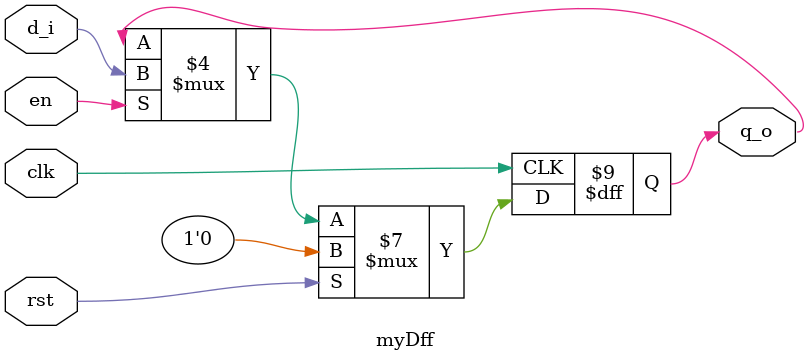
<source format=v>
module myDff (q_o,d_i, clk,en,rst);
 	 input d_i,clk,en,rst;
	 output reg q_o;
	 always @ (posedge clk)
		 begin
		if (rst == 1'b1)
			q_o <= 1'b0;
		else if (en)
			q_o <= d_i;
		else
			q_o <= q_o;
		 end
endmodule

</source>
